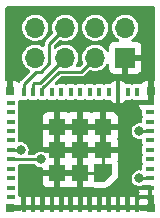
<source format=gbr>
%TF.GenerationSoftware,KiCad,Pcbnew,(6.0.2-0)*%
%TF.CreationDate,2022-02-21T07:42:26+00:00*%
%TF.ProjectId,Generic01,47656e65-7269-4633-9031-2e6b69636164,1*%
%TF.SameCoordinates,Original*%
%TF.FileFunction,Copper,L1,Top*%
%TF.FilePolarity,Positive*%
%FSLAX46Y46*%
G04 Gerber Fmt 4.6, Leading zero omitted, Abs format (unit mm)*
G04 Created by KiCad (PCBNEW (6.0.2-0)) date 2022-02-21 07:42:26*
%MOMM*%
%LPD*%
G01*
G04 APERTURE LIST*
G04 Aperture macros list*
%AMFreePoly0*
4,1,18,-0.124998,0.730000,0.725000,0.730000,0.728536,0.728536,0.730000,0.725000,0.730000,-0.725000,0.728536,-0.728536,0.725000,-0.730000,-0.725000,-0.730000,-0.728536,-0.728536,-0.730000,-0.725000,-0.730000,0.124998,-0.730001,0.125000,-0.728536,0.128536,-0.128536,0.728535,-0.128536,0.728536,-0.126768,0.729268,-0.125000,0.730001,-0.124998,0.730000,-0.124998,0.730000,$1*%
G04 Aperture macros list end*
%TA.AperFunction,SMDPad,CuDef*%
%ADD10R,0.800000X0.400000*%
%TD*%
%TA.AperFunction,SMDPad,CuDef*%
%ADD11R,0.400000X0.800000*%
%TD*%
%TA.AperFunction,SMDPad,CuDef*%
%ADD12R,1.450000X1.450000*%
%TD*%
%TA.AperFunction,SMDPad,CuDef*%
%ADD13R,0.700000X0.700000*%
%TD*%
%TA.AperFunction,SMDPad,CuDef*%
%ADD14FreePoly0,180.000000*%
%TD*%
%TA.AperFunction,ComponentPad*%
%ADD15R,1.700000X1.700000*%
%TD*%
%TA.AperFunction,ComponentPad*%
%ADD16O,1.700000X1.700000*%
%TD*%
%TA.AperFunction,ViaPad*%
%ADD17C,0.800000*%
%TD*%
%TA.AperFunction,Conductor*%
%ADD18C,0.250000*%
%TD*%
G04 APERTURE END LIST*
D10*
%TO.P,U1,1,GND*%
%TO.N,GND*%
X151500000Y-119400000D03*
%TO.P,U1,2,GND*%
X151500000Y-118600000D03*
%TO.P,U1,3,3V3*%
%TO.N,VCC*%
X151500000Y-117800000D03*
%TO.P,U1,4,I36*%
%TO.N,unconnected-(U1-Pad4)*%
X151500000Y-117000000D03*
%TO.P,U1,5,I37*%
%TO.N,unconnected-(U1-Pad5)*%
X151500000Y-116200000D03*
%TO.P,U1,6,I38*%
%TO.N,unconnected-(U1-Pad6)*%
X151500000Y-115400000D03*
%TO.P,U1,7,I39*%
%TO.N,unconnected-(U1-Pad7)*%
X151500000Y-114600000D03*
%TO.P,U1,8,EN*%
%TO.N,EN*%
X151500000Y-113800000D03*
%TO.P,U1,9,I34*%
%TO.N,unconnected-(U1-Pad9)*%
X151500000Y-113000000D03*
%TO.P,U1,10,I35*%
%TO.N,unconnected-(U1-Pad10)*%
X151500000Y-112200000D03*
%TO.P,U1,11,GND*%
%TO.N,GND*%
X151500000Y-111400000D03*
D11*
%TO.P,U1,12,IO32*%
%TO.N,unconnected-(U1-Pad12)*%
X150400000Y-110500000D03*
%TO.P,U1,13,IO33*%
%TO.N,unconnected-(U1-Pad13)*%
X149600000Y-110500000D03*
%TO.P,U1,14,GND*%
%TO.N,GND*%
X148800000Y-110500000D03*
%TO.P,U1,15,IO25*%
%TO.N,unconnected-(U1-Pad15)*%
X148000000Y-110500000D03*
%TO.P,U1,16,IO26*%
%TO.N,unconnected-(U1-Pad16)*%
X147200000Y-110500000D03*
%TO.P,U1,17,IO27*%
%TO.N,unconnected-(U1-Pad17)*%
X146400000Y-110500000D03*
%TO.P,U1,18,IO14*%
%TO.N,unconnected-(U1-Pad18)*%
X145600000Y-110500000D03*
%TO.P,U1,19,IO12*%
%TO.N,unconnected-(U1-Pad19)*%
X144800000Y-110500000D03*
%TO.P,U1,20,IO13*%
%TO.N,unconnected-(U1-Pad20)*%
X144000000Y-110500000D03*
%TO.P,U1,21,IO15*%
%TO.N,unconnected-(U1-Pad21)*%
X143200000Y-110500000D03*
%TO.P,U1,22,IO2*%
%TO.N,GPIO2*%
X142400000Y-110500000D03*
%TO.P,U1,23,IO0*%
%TO.N,GPIO0*%
X141600000Y-110500000D03*
%TO.P,U1,24,IO4*%
%TO.N,GPIO4*%
X140800000Y-110500000D03*
D10*
%TO.P,U1,25,NC*%
%TO.N,unconnected-(U1-Pad25)*%
X139700000Y-111400000D03*
%TO.P,U1,26,IO20*%
%TO.N,unconnected-(U1-Pad26)*%
X139700000Y-112200000D03*
%TO.P,U1,27,IO7*%
%TO.N,unconnected-(U1-Pad27)*%
X139700000Y-113000000D03*
%TO.P,U1,28,IO8*%
%TO.N,unconnected-(U1-Pad28)*%
X139700000Y-113800000D03*
%TO.P,U1,29,IO5*%
%TO.N,unconnected-(U1-Pad29)*%
X139700000Y-114600000D03*
%TO.P,U1,30,RXD0*%
%TO.N,RX*%
X139700000Y-115400000D03*
%TO.P,U1,31,TXD0*%
%TO.N,TX*%
X139700000Y-116200000D03*
%TO.P,U1,32,NC*%
%TO.N,unconnected-(U1-Pad32)*%
X139700000Y-117000000D03*
%TO.P,U1,33,IO19*%
%TO.N,unconnected-(U1-Pad33)*%
X139700000Y-117800000D03*
%TO.P,U1,34,IO22*%
%TO.N,unconnected-(U1-Pad34)*%
X139700000Y-118600000D03*
%TO.P,U1,35,IO21*%
%TO.N,unconnected-(U1-Pad35)*%
X139700000Y-119400000D03*
D11*
%TO.P,U1,36,GND*%
%TO.N,GND*%
X140800000Y-120300000D03*
%TO.P,U1,37,GND*%
X141600000Y-120300000D03*
%TO.P,U1,38,GND*%
X142400000Y-120300000D03*
%TO.P,U1,39,GND*%
X143200000Y-120300000D03*
%TO.P,U1,40,GND*%
X144000000Y-120300000D03*
%TO.P,U1,41,GND*%
X144800000Y-120300000D03*
%TO.P,U1,42,GND*%
X145600000Y-120300000D03*
%TO.P,U1,43,GND*%
X146400000Y-120300000D03*
%TO.P,U1,44,GND*%
X147200000Y-120300000D03*
%TO.P,U1,45,GND*%
X148000000Y-120300000D03*
%TO.P,U1,46,GND*%
X148800000Y-120300000D03*
%TO.P,U1,47,GND*%
X149600000Y-120300000D03*
%TO.P,U1,48,GND*%
X150400000Y-120300000D03*
D12*
%TO.P,U1,49,GND*%
X145600000Y-115400000D03*
D13*
%TO.P,U1,50,GND*%
X139650000Y-120350000D03*
%TO.P,U1,51,GND*%
X139650000Y-110450000D03*
%TO.P,U1,52,GND*%
X151550000Y-110450000D03*
%TO.P,U1,53,GND*%
X151550000Y-120350000D03*
D12*
%TO.P,U1,54,GND*%
X147550000Y-115400000D03*
%TO.P,U1,55,GND*%
X147550000Y-113450000D03*
%TO.P,U1,56,GND*%
X145600000Y-113450000D03*
%TO.P,U1,57,GND*%
X143650000Y-113450000D03*
%TO.P,U1,58,GND*%
X143650000Y-115400000D03*
%TO.P,U1,59,GND*%
X143650000Y-117350000D03*
%TO.P,U1,60,GND*%
X145600000Y-117350000D03*
D14*
%TO.P,U1,61,GND*%
X147550000Y-117350000D03*
%TD*%
D15*
%TO.P,J1,1,Pin_1*%
%TO.N,GND*%
X149410000Y-107600000D03*
D16*
%TO.P,J1,2,Pin_2*%
%TO.N,TX*%
X149410000Y-105060000D03*
%TO.P,J1,3,Pin_3*%
%TO.N,GPIO2*%
X146870000Y-107600000D03*
%TO.P,J1,4,Pin_4*%
%TO.N,EN*%
X146870000Y-105060000D03*
%TO.P,J1,5,Pin_5*%
%TO.N,GPIO0*%
X144330000Y-107600000D03*
%TO.P,J1,6,Pin_6*%
%TO.N,GPIO4*%
X144330000Y-105060000D03*
%TO.P,J1,7,Pin_7*%
%TO.N,RX*%
X141790000Y-107600000D03*
%TO.P,J1,8,Pin_8*%
%TO.N,VCC*%
X141790000Y-105060000D03*
%TD*%
D17*
%TO.N,TX*%
X142300000Y-116200000D03*
%TO.N,RX*%
X140565604Y-115422006D03*
%TO.N,VCC*%
X150600000Y-117800000D03*
%TO.N,EN*%
X150600000Y-113800000D03*
%TD*%
D18*
%TO.N,TX*%
X139700000Y-116200000D02*
X142300000Y-116200000D01*
%TO.N,GND*%
X147550000Y-115400000D02*
X147550000Y-117350000D01*
X145600000Y-117350000D02*
X147550000Y-117350000D01*
%TO.N,GPIO2*%
X143825489Y-108774511D02*
X145695489Y-108774511D01*
X142400000Y-110200000D02*
X143825489Y-108774511D01*
X145695489Y-108774511D02*
X146870000Y-107600000D01*
X142400000Y-110500000D02*
X142400000Y-110200000D01*
%TO.N,GPIO4*%
X140800000Y-109850000D02*
X141875489Y-108774511D01*
X142964511Y-106425489D02*
X144330000Y-105060000D01*
X140800000Y-110500000D02*
X140800000Y-109850000D01*
X142276499Y-108774511D02*
X142964511Y-108086499D01*
X141875489Y-108774511D02*
X142276499Y-108774511D01*
X142964511Y-108086499D02*
X142964511Y-106425489D01*
%TO.N,RX*%
X139700000Y-115400000D02*
X140543598Y-115400000D01*
X140543598Y-115400000D02*
X140565604Y-115422006D01*
%TO.N,VCC*%
X151500000Y-117800000D02*
X150600000Y-117800000D01*
%TO.N,EN*%
X151500000Y-113800000D02*
X150600000Y-113800000D01*
%TO.N,GPIO0*%
X141674511Y-109775489D02*
X142154511Y-109775489D01*
X142154511Y-109775489D02*
X144330000Y-107600000D01*
X141600000Y-110500000D02*
X141600000Y-109850000D01*
X141600000Y-109850000D02*
X141674511Y-109775489D01*
%TD*%
%TA.AperFunction,Conductor*%
%TO.N,GND*%
G36*
X151888121Y-103274002D02*
G01*
X151934614Y-103327658D01*
X151946000Y-103380000D01*
X151946000Y-109466000D01*
X151925998Y-109534121D01*
X151872342Y-109580614D01*
X151828162Y-109590224D01*
X151806876Y-109596475D01*
X151805671Y-109597865D01*
X151804000Y-109605548D01*
X151804000Y-111228460D01*
X151783998Y-111296581D01*
X151730342Y-111343074D01*
X151713497Y-111349356D01*
X151702876Y-111352474D01*
X151701671Y-111353865D01*
X151700000Y-111361548D01*
X151700000Y-111474000D01*
X151679998Y-111542121D01*
X151626342Y-111588614D01*
X151574000Y-111600000D01*
X150610116Y-111600000D01*
X150594877Y-111604475D01*
X150593672Y-111605865D01*
X150592001Y-111613548D01*
X150592001Y-111644669D01*
X150592371Y-111651490D01*
X150597895Y-111702352D01*
X150601521Y-111717604D01*
X150646676Y-111838054D01*
X150655214Y-111853649D01*
X150731715Y-111955724D01*
X150744272Y-111968281D01*
X150795065Y-112006348D01*
X150837580Y-112063208D01*
X150845500Y-112107175D01*
X150845501Y-112264756D01*
X150845501Y-112425066D01*
X150852612Y-112460818D01*
X150857809Y-112486946D01*
X150860266Y-112499301D01*
X150867161Y-112509621D01*
X150867162Y-112509622D01*
X150880777Y-112529998D01*
X150901992Y-112597751D01*
X150880777Y-112670002D01*
X150867161Y-112690379D01*
X150867160Y-112690382D01*
X150860266Y-112700699D01*
X150845500Y-112774933D01*
X150845500Y-112781120D01*
X150845501Y-113025237D01*
X150825499Y-113093358D01*
X150771844Y-113139851D01*
X150701570Y-113149956D01*
X150690928Y-113147860D01*
X150690002Y-113147743D01*
X150682633Y-113145892D01*
X150675034Y-113145852D01*
X150675033Y-113145852D01*
X150609181Y-113145507D01*
X150524221Y-113145062D01*
X150516841Y-113146834D01*
X150516839Y-113146834D01*
X150377563Y-113180271D01*
X150377560Y-113180272D01*
X150370184Y-113182043D01*
X150229414Y-113254700D01*
X150110039Y-113358838D01*
X150018950Y-113488444D01*
X149961406Y-113636037D01*
X149960414Y-113643570D01*
X149960414Y-113643571D01*
X149950074Y-113722115D01*
X149940729Y-113793096D01*
X149958113Y-113950553D01*
X149960723Y-113957684D01*
X149960723Y-113957686D01*
X150008092Y-114087128D01*
X150012553Y-114099319D01*
X150016789Y-114105622D01*
X150016789Y-114105623D01*
X150069110Y-114183484D01*
X150100908Y-114230805D01*
X150106527Y-114235918D01*
X150106528Y-114235919D01*
X150168827Y-114292606D01*
X150218076Y-114337419D01*
X150357293Y-114413008D01*
X150510522Y-114453207D01*
X150594477Y-114454526D01*
X150661319Y-114455576D01*
X150661322Y-114455576D01*
X150668916Y-114455695D01*
X150676317Y-114454000D01*
X150676326Y-114453999D01*
X150691369Y-114450553D01*
X150762236Y-114454841D01*
X150819534Y-114496762D01*
X150845073Y-114563006D01*
X150845500Y-114573371D01*
X150845501Y-114707391D01*
X150845501Y-114825066D01*
X150852612Y-114860818D01*
X150857555Y-114885670D01*
X150860266Y-114899301D01*
X150867161Y-114909621D01*
X150867162Y-114909622D01*
X150880777Y-114929998D01*
X150901992Y-114997751D01*
X150880777Y-115070002D01*
X150867161Y-115090379D01*
X150867160Y-115090382D01*
X150860266Y-115100699D01*
X150845500Y-115174933D01*
X150845501Y-115625066D01*
X150848343Y-115639354D01*
X150855745Y-115676568D01*
X150860266Y-115699301D01*
X150867161Y-115709621D01*
X150867162Y-115709622D01*
X150880777Y-115729998D01*
X150901992Y-115797751D01*
X150880777Y-115870002D01*
X150867161Y-115890379D01*
X150867160Y-115890382D01*
X150860266Y-115900699D01*
X150845500Y-115974933D01*
X150845501Y-116425066D01*
X150860266Y-116499301D01*
X150867161Y-116509621D01*
X150867162Y-116509622D01*
X150880777Y-116529998D01*
X150901992Y-116597751D01*
X150880777Y-116670002D01*
X150867161Y-116690379D01*
X150867160Y-116690382D01*
X150860266Y-116700699D01*
X150845500Y-116774933D01*
X150845501Y-116980486D01*
X150845501Y-117025237D01*
X150825499Y-117093358D01*
X150771844Y-117139851D01*
X150701570Y-117149956D01*
X150690928Y-117147860D01*
X150690002Y-117147743D01*
X150682633Y-117145892D01*
X150675034Y-117145852D01*
X150675033Y-117145852D01*
X150609181Y-117145507D01*
X150524221Y-117145062D01*
X150516841Y-117146834D01*
X150516839Y-117146834D01*
X150377563Y-117180271D01*
X150377560Y-117180272D01*
X150370184Y-117182043D01*
X150229414Y-117254700D01*
X150110039Y-117358838D01*
X150018950Y-117488444D01*
X150016190Y-117495524D01*
X149968615Y-117617548D01*
X149961406Y-117636037D01*
X149960414Y-117643570D01*
X149960414Y-117643571D01*
X149956726Y-117671588D01*
X149940729Y-117793096D01*
X149958113Y-117950553D01*
X149960723Y-117957684D01*
X149960723Y-117957686D01*
X150008092Y-118087128D01*
X150012553Y-118099319D01*
X150016789Y-118105622D01*
X150016789Y-118105623D01*
X150069110Y-118183484D01*
X150100908Y-118230805D01*
X150106527Y-118235918D01*
X150106528Y-118235919D01*
X150143985Y-118270002D01*
X150218076Y-118337419D01*
X150357293Y-118413008D01*
X150510522Y-118453207D01*
X150594477Y-118454526D01*
X150661319Y-118455576D01*
X150661322Y-118455576D01*
X150668916Y-118455695D01*
X150823332Y-118420329D01*
X150834059Y-118414934D01*
X150837038Y-118413436D01*
X150893653Y-118400000D01*
X151574000Y-118400000D01*
X151642121Y-118420002D01*
X151688614Y-118473658D01*
X151700000Y-118526000D01*
X151700000Y-119433885D01*
X151704475Y-119449124D01*
X151706976Y-119451292D01*
X151767094Y-119484117D01*
X151801120Y-119546429D01*
X151804000Y-119573214D01*
X151804000Y-120478000D01*
X151783998Y-120546121D01*
X151730342Y-120592614D01*
X151678000Y-120604000D01*
X150771540Y-120604000D01*
X150703419Y-120583998D01*
X150656926Y-120530342D01*
X150650644Y-120513497D01*
X150647526Y-120502876D01*
X150646135Y-120501671D01*
X150638452Y-120500000D01*
X140566115Y-120500000D01*
X140550876Y-120504475D01*
X140548708Y-120506976D01*
X140515883Y-120567094D01*
X140453571Y-120601120D01*
X140426786Y-120604000D01*
X139522000Y-120604000D01*
X139453879Y-120583998D01*
X139407386Y-120530342D01*
X139396000Y-120478000D01*
X139396000Y-120222000D01*
X139416002Y-120153879D01*
X139469658Y-120107386D01*
X139522000Y-120096000D01*
X140529612Y-120096000D01*
X140556395Y-120098879D01*
X140561548Y-120100000D01*
X140581885Y-120100000D01*
X140597124Y-120095525D01*
X140598329Y-120094135D01*
X140600000Y-120086452D01*
X140600000Y-120081885D01*
X141000000Y-120081885D01*
X141004475Y-120097124D01*
X141005865Y-120098329D01*
X141013548Y-120100000D01*
X141381885Y-120100000D01*
X141397124Y-120095525D01*
X141398329Y-120094135D01*
X141400000Y-120086452D01*
X141400000Y-120081885D01*
X141800000Y-120081885D01*
X141804475Y-120097124D01*
X141805865Y-120098329D01*
X141813548Y-120100000D01*
X142181885Y-120100000D01*
X142197124Y-120095525D01*
X142198329Y-120094135D01*
X142200000Y-120086452D01*
X142200000Y-120081885D01*
X142600000Y-120081885D01*
X142604475Y-120097124D01*
X142605865Y-120098329D01*
X142613548Y-120100000D01*
X142981885Y-120100000D01*
X142997124Y-120095525D01*
X142998329Y-120094135D01*
X143000000Y-120086452D01*
X143000000Y-120081885D01*
X143400000Y-120081885D01*
X143404475Y-120097124D01*
X143405865Y-120098329D01*
X143413548Y-120100000D01*
X143781885Y-120100000D01*
X143797124Y-120095525D01*
X143798329Y-120094135D01*
X143800000Y-120086452D01*
X143800000Y-120081885D01*
X144200000Y-120081885D01*
X144204475Y-120097124D01*
X144205865Y-120098329D01*
X144213548Y-120100000D01*
X144581885Y-120100000D01*
X144597124Y-120095525D01*
X144598329Y-120094135D01*
X144600000Y-120086452D01*
X144600000Y-120081885D01*
X145000000Y-120081885D01*
X145004475Y-120097124D01*
X145005865Y-120098329D01*
X145013548Y-120100000D01*
X145381885Y-120100000D01*
X145397124Y-120095525D01*
X145398329Y-120094135D01*
X145400000Y-120086452D01*
X145400000Y-120081885D01*
X145800000Y-120081885D01*
X145804475Y-120097124D01*
X145805865Y-120098329D01*
X145813548Y-120100000D01*
X146181885Y-120100000D01*
X146197124Y-120095525D01*
X146198329Y-120094135D01*
X146200000Y-120086452D01*
X146200000Y-120081885D01*
X146600000Y-120081885D01*
X146604475Y-120097124D01*
X146605865Y-120098329D01*
X146613548Y-120100000D01*
X146981885Y-120100000D01*
X146997124Y-120095525D01*
X146998329Y-120094135D01*
X147000000Y-120086452D01*
X147000000Y-120081885D01*
X147400000Y-120081885D01*
X147404475Y-120097124D01*
X147405865Y-120098329D01*
X147413548Y-120100000D01*
X147781885Y-120100000D01*
X147797124Y-120095525D01*
X147798329Y-120094135D01*
X147800000Y-120086452D01*
X147800000Y-120081885D01*
X148200000Y-120081885D01*
X148204475Y-120097124D01*
X148205865Y-120098329D01*
X148213548Y-120100000D01*
X148581885Y-120100000D01*
X148597124Y-120095525D01*
X148598329Y-120094135D01*
X148600000Y-120086452D01*
X148600000Y-120081885D01*
X149000000Y-120081885D01*
X149004475Y-120097124D01*
X149005865Y-120098329D01*
X149013548Y-120100000D01*
X149381885Y-120100000D01*
X149397124Y-120095525D01*
X149398329Y-120094135D01*
X149400000Y-120086452D01*
X149400000Y-120081885D01*
X149800000Y-120081885D01*
X149804475Y-120097124D01*
X149805865Y-120098329D01*
X149813548Y-120100000D01*
X150181885Y-120100000D01*
X150197124Y-120095525D01*
X150198329Y-120094135D01*
X150200000Y-120086452D01*
X150200000Y-120081885D01*
X150600000Y-120081885D01*
X150604475Y-120097124D01*
X150605865Y-120098329D01*
X150613548Y-120100000D01*
X150637803Y-120100000D01*
X150665623Y-120096000D01*
X151277885Y-120096000D01*
X151293124Y-120091525D01*
X151294329Y-120090135D01*
X151296000Y-120082452D01*
X151296000Y-119618115D01*
X151291525Y-119602876D01*
X151290135Y-119601671D01*
X151282452Y-119600000D01*
X150618115Y-119600000D01*
X150602876Y-119604475D01*
X150601671Y-119605865D01*
X150600000Y-119613548D01*
X150600000Y-120081885D01*
X150200000Y-120081885D01*
X150200000Y-119410116D01*
X150195525Y-119394877D01*
X150194135Y-119393672D01*
X150186452Y-119392001D01*
X150155331Y-119392001D01*
X150148510Y-119392371D01*
X150097648Y-119397895D01*
X150082397Y-119401521D01*
X150044230Y-119415829D01*
X149973423Y-119421012D01*
X149955770Y-119415829D01*
X149917606Y-119401522D01*
X149902351Y-119397895D01*
X149851486Y-119392369D01*
X149844672Y-119392000D01*
X149818115Y-119392000D01*
X149802876Y-119396475D01*
X149801671Y-119397865D01*
X149800000Y-119405548D01*
X149800000Y-120081885D01*
X149400000Y-120081885D01*
X149400000Y-119410116D01*
X149395525Y-119394877D01*
X149394135Y-119393672D01*
X149386452Y-119392001D01*
X149355331Y-119392001D01*
X149348510Y-119392371D01*
X149297648Y-119397895D01*
X149282397Y-119401521D01*
X149244230Y-119415829D01*
X149173423Y-119421012D01*
X149155770Y-119415829D01*
X149117606Y-119401522D01*
X149102351Y-119397895D01*
X149051486Y-119392369D01*
X149044672Y-119392000D01*
X149018115Y-119392000D01*
X149002876Y-119396475D01*
X149001671Y-119397865D01*
X149000000Y-119405548D01*
X149000000Y-120081885D01*
X148600000Y-120081885D01*
X148600000Y-119410116D01*
X148595525Y-119394877D01*
X148594135Y-119393672D01*
X148586452Y-119392001D01*
X148555331Y-119392001D01*
X148548510Y-119392371D01*
X148497648Y-119397895D01*
X148482397Y-119401521D01*
X148444230Y-119415829D01*
X148373423Y-119421012D01*
X148355770Y-119415829D01*
X148317606Y-119401522D01*
X148302351Y-119397895D01*
X148251486Y-119392369D01*
X148244672Y-119392000D01*
X148218115Y-119392000D01*
X148202876Y-119396475D01*
X148201671Y-119397865D01*
X148200000Y-119405548D01*
X148200000Y-120081885D01*
X147800000Y-120081885D01*
X147800000Y-119410116D01*
X147795525Y-119394877D01*
X147794135Y-119393672D01*
X147786452Y-119392001D01*
X147755331Y-119392001D01*
X147748510Y-119392371D01*
X147697648Y-119397895D01*
X147682397Y-119401521D01*
X147644230Y-119415829D01*
X147573423Y-119421012D01*
X147555770Y-119415829D01*
X147517606Y-119401522D01*
X147502351Y-119397895D01*
X147451486Y-119392369D01*
X147444672Y-119392000D01*
X147418115Y-119392000D01*
X147402876Y-119396475D01*
X147401671Y-119397865D01*
X147400000Y-119405548D01*
X147400000Y-120081885D01*
X147000000Y-120081885D01*
X147000000Y-119410116D01*
X146995525Y-119394877D01*
X146994135Y-119393672D01*
X146986452Y-119392001D01*
X146955331Y-119392001D01*
X146948510Y-119392371D01*
X146897648Y-119397895D01*
X146882397Y-119401521D01*
X146844230Y-119415829D01*
X146773423Y-119421012D01*
X146755770Y-119415829D01*
X146717606Y-119401522D01*
X146702351Y-119397895D01*
X146651486Y-119392369D01*
X146644672Y-119392000D01*
X146618115Y-119392000D01*
X146602876Y-119396475D01*
X146601671Y-119397865D01*
X146600000Y-119405548D01*
X146600000Y-120081885D01*
X146200000Y-120081885D01*
X146200000Y-119410116D01*
X146195525Y-119394877D01*
X146194135Y-119393672D01*
X146186452Y-119392001D01*
X146155331Y-119392001D01*
X146148510Y-119392371D01*
X146097648Y-119397895D01*
X146082397Y-119401521D01*
X146044230Y-119415829D01*
X145973423Y-119421012D01*
X145955770Y-119415829D01*
X145917606Y-119401522D01*
X145902351Y-119397895D01*
X145851486Y-119392369D01*
X145844672Y-119392000D01*
X145818115Y-119392000D01*
X145802876Y-119396475D01*
X145801671Y-119397865D01*
X145800000Y-119405548D01*
X145800000Y-120081885D01*
X145400000Y-120081885D01*
X145400000Y-119410116D01*
X145395525Y-119394877D01*
X145394135Y-119393672D01*
X145386452Y-119392001D01*
X145355331Y-119392001D01*
X145348510Y-119392371D01*
X145297648Y-119397895D01*
X145282397Y-119401521D01*
X145244230Y-119415829D01*
X145173423Y-119421012D01*
X145155770Y-119415829D01*
X145117606Y-119401522D01*
X145102351Y-119397895D01*
X145051486Y-119392369D01*
X145044672Y-119392000D01*
X145018115Y-119392000D01*
X145002876Y-119396475D01*
X145001671Y-119397865D01*
X145000000Y-119405548D01*
X145000000Y-120081885D01*
X144600000Y-120081885D01*
X144600000Y-119410116D01*
X144595525Y-119394877D01*
X144594135Y-119393672D01*
X144586452Y-119392001D01*
X144555331Y-119392001D01*
X144548510Y-119392371D01*
X144497648Y-119397895D01*
X144482397Y-119401521D01*
X144444230Y-119415829D01*
X144373423Y-119421012D01*
X144355770Y-119415829D01*
X144317606Y-119401522D01*
X144302351Y-119397895D01*
X144251486Y-119392369D01*
X144244672Y-119392000D01*
X144218115Y-119392000D01*
X144202876Y-119396475D01*
X144201671Y-119397865D01*
X144200000Y-119405548D01*
X144200000Y-120081885D01*
X143800000Y-120081885D01*
X143800000Y-119410116D01*
X143795525Y-119394877D01*
X143794135Y-119393672D01*
X143786452Y-119392001D01*
X143755331Y-119392001D01*
X143748510Y-119392371D01*
X143697648Y-119397895D01*
X143682397Y-119401521D01*
X143644230Y-119415829D01*
X143573423Y-119421012D01*
X143555770Y-119415829D01*
X143517606Y-119401522D01*
X143502351Y-119397895D01*
X143451486Y-119392369D01*
X143444672Y-119392000D01*
X143418115Y-119392000D01*
X143402876Y-119396475D01*
X143401671Y-119397865D01*
X143400000Y-119405548D01*
X143400000Y-120081885D01*
X143000000Y-120081885D01*
X143000000Y-119410116D01*
X142995525Y-119394877D01*
X142994135Y-119393672D01*
X142986452Y-119392001D01*
X142955331Y-119392001D01*
X142948510Y-119392371D01*
X142897648Y-119397895D01*
X142882397Y-119401521D01*
X142844230Y-119415829D01*
X142773423Y-119421012D01*
X142755770Y-119415829D01*
X142717606Y-119401522D01*
X142702351Y-119397895D01*
X142651486Y-119392369D01*
X142644672Y-119392000D01*
X142618115Y-119392000D01*
X142602876Y-119396475D01*
X142601671Y-119397865D01*
X142600000Y-119405548D01*
X142600000Y-120081885D01*
X142200000Y-120081885D01*
X142200000Y-119410116D01*
X142195525Y-119394877D01*
X142194135Y-119393672D01*
X142186452Y-119392001D01*
X142155331Y-119392001D01*
X142148510Y-119392371D01*
X142097648Y-119397895D01*
X142082397Y-119401521D01*
X142044230Y-119415829D01*
X141973423Y-119421012D01*
X141955770Y-119415829D01*
X141917606Y-119401522D01*
X141902351Y-119397895D01*
X141851486Y-119392369D01*
X141844672Y-119392000D01*
X141818115Y-119392000D01*
X141802876Y-119396475D01*
X141801671Y-119397865D01*
X141800000Y-119405548D01*
X141800000Y-120081885D01*
X141400000Y-120081885D01*
X141400000Y-119410116D01*
X141395525Y-119394877D01*
X141394135Y-119393672D01*
X141386452Y-119392001D01*
X141355331Y-119392001D01*
X141348510Y-119392371D01*
X141297648Y-119397895D01*
X141282397Y-119401521D01*
X141244230Y-119415829D01*
X141173423Y-119421012D01*
X141155770Y-119415829D01*
X141117606Y-119401522D01*
X141102351Y-119397895D01*
X141051486Y-119392369D01*
X141044672Y-119392000D01*
X141018115Y-119392000D01*
X141002876Y-119396475D01*
X141001671Y-119397865D01*
X141000000Y-119405548D01*
X141000000Y-120081885D01*
X140600000Y-120081885D01*
X140600000Y-119410116D01*
X140595525Y-119394877D01*
X140594135Y-119393672D01*
X140586452Y-119392001D01*
X140555331Y-119392001D01*
X140548512Y-119392370D01*
X140494105Y-119398280D01*
X140424223Y-119385751D01*
X140372208Y-119337430D01*
X140354499Y-119273017D01*
X140354499Y-119181885D01*
X150592000Y-119181885D01*
X150596475Y-119197124D01*
X150597865Y-119198329D01*
X150605548Y-119200000D01*
X151281885Y-119200000D01*
X151297124Y-119195525D01*
X151298329Y-119194135D01*
X151300000Y-119186452D01*
X151300000Y-118818115D01*
X151295525Y-118802876D01*
X151294135Y-118801671D01*
X151286452Y-118800000D01*
X150610116Y-118800000D01*
X150594877Y-118804475D01*
X150593672Y-118805865D01*
X150592001Y-118813548D01*
X150592001Y-118844669D01*
X150592371Y-118851490D01*
X150597895Y-118902352D01*
X150601521Y-118917603D01*
X150615829Y-118955770D01*
X150621012Y-119026577D01*
X150615829Y-119044230D01*
X150601522Y-119082394D01*
X150597895Y-119097649D01*
X150592369Y-119148514D01*
X150592000Y-119155328D01*
X150592000Y-119181885D01*
X140354499Y-119181885D01*
X140354499Y-119174934D01*
X140339734Y-119100699D01*
X140319223Y-119070002D01*
X140298008Y-119002249D01*
X140319223Y-118929998D01*
X140332839Y-118909621D01*
X140332840Y-118909618D01*
X140339734Y-118899301D01*
X140354500Y-118825067D01*
X140354499Y-118374934D01*
X140345293Y-118328649D01*
X140342156Y-118312874D01*
X140342155Y-118312872D01*
X140339734Y-118300699D01*
X140319223Y-118270002D01*
X140298008Y-118202249D01*
X140319223Y-118129998D01*
X140326125Y-118119669D01*
X142417001Y-118119669D01*
X142417371Y-118126490D01*
X142422895Y-118177352D01*
X142426521Y-118192604D01*
X142471676Y-118313054D01*
X142480214Y-118328649D01*
X142556715Y-118430724D01*
X142569276Y-118443285D01*
X142671351Y-118519786D01*
X142686946Y-118528324D01*
X142807394Y-118573478D01*
X142822649Y-118577105D01*
X142873514Y-118582631D01*
X142880328Y-118583000D01*
X143377885Y-118583000D01*
X143393124Y-118578525D01*
X143394329Y-118577135D01*
X143396000Y-118569452D01*
X143396000Y-118564884D01*
X143904000Y-118564884D01*
X143908475Y-118580123D01*
X143909865Y-118581328D01*
X143917548Y-118582999D01*
X144419669Y-118582999D01*
X144426490Y-118582629D01*
X144477352Y-118577105D01*
X144492604Y-118573479D01*
X144580770Y-118540427D01*
X144651578Y-118535244D01*
X144669230Y-118540427D01*
X144757394Y-118573478D01*
X144772649Y-118577105D01*
X144823514Y-118582631D01*
X144830328Y-118583000D01*
X145327885Y-118583000D01*
X145343124Y-118578525D01*
X145344329Y-118577135D01*
X145346000Y-118569452D01*
X145346000Y-118564884D01*
X145854000Y-118564884D01*
X145858475Y-118580123D01*
X145859865Y-118581328D01*
X145867548Y-118582999D01*
X146369669Y-118582999D01*
X146376490Y-118582629D01*
X146427352Y-118577105D01*
X146442606Y-118573478D01*
X146518469Y-118545039D01*
X146589276Y-118539856D01*
X146619096Y-118550348D01*
X146620721Y-118551162D01*
X146624585Y-118553454D01*
X146627417Y-118554627D01*
X146627467Y-118554648D01*
X146628462Y-118555060D01*
X146661920Y-118564884D01*
X146726165Y-118583748D01*
X146726169Y-118583749D01*
X146733724Y-118585967D01*
X146778050Y-118587556D01*
X146806433Y-118588573D01*
X146825995Y-118591031D01*
X146825995Y-118593729D01*
X147674005Y-118593729D01*
X147674005Y-118592108D01*
X147692009Y-118589848D01*
X147729853Y-118591204D01*
X147871538Y-118555060D01*
X147872533Y-118554648D01*
X147872583Y-118554627D01*
X147875415Y-118553454D01*
X147937066Y-118519786D01*
X147964947Y-118504560D01*
X147964949Y-118504559D01*
X147971870Y-118500779D01*
X148025006Y-118451295D01*
X148040592Y-118439185D01*
X148042500Y-118441093D01*
X148641093Y-117842500D01*
X148639942Y-117841349D01*
X148651068Y-117827025D01*
X148672282Y-117807269D01*
X148672283Y-117807268D01*
X148678877Y-117801127D01*
X148753475Y-117675365D01*
X148753866Y-117674420D01*
X148755039Y-117671588D01*
X148785967Y-117566276D01*
X148788573Y-117493567D01*
X148791031Y-117474005D01*
X148793729Y-117474005D01*
X148793729Y-116625995D01*
X148792108Y-116625995D01*
X148789848Y-116607990D01*
X148790881Y-116579155D01*
X148791204Y-116570147D01*
X148755060Y-116428462D01*
X148754648Y-116427467D01*
X148754627Y-116427417D01*
X148753454Y-116424585D01*
X148751842Y-116421633D01*
X148750380Y-116418577D01*
X148751461Y-116418060D01*
X148737427Y-116353454D01*
X148745121Y-116318250D01*
X148773478Y-116242609D01*
X148777105Y-116227351D01*
X148782631Y-116176486D01*
X148783000Y-116169672D01*
X148783000Y-115672115D01*
X148778525Y-115656876D01*
X148777135Y-115655671D01*
X148769452Y-115654000D01*
X145872115Y-115654000D01*
X145856876Y-115658475D01*
X145855671Y-115659865D01*
X145854000Y-115667548D01*
X145854000Y-118564884D01*
X145346000Y-118564884D01*
X145346000Y-117622115D01*
X145341525Y-117606876D01*
X145340135Y-117605671D01*
X145332452Y-117604000D01*
X143922115Y-117604000D01*
X143906876Y-117608475D01*
X143905671Y-117609865D01*
X143904000Y-117617548D01*
X143904000Y-118564884D01*
X143396000Y-118564884D01*
X143396000Y-117622115D01*
X143391525Y-117606876D01*
X143390135Y-117605671D01*
X143382452Y-117604000D01*
X142435116Y-117604000D01*
X142419877Y-117608475D01*
X142418672Y-117609865D01*
X142417001Y-117617548D01*
X142417001Y-118119669D01*
X140326125Y-118119669D01*
X140332839Y-118109621D01*
X140332840Y-118109618D01*
X140339734Y-118099301D01*
X140354500Y-118025067D01*
X140354499Y-117574934D01*
X140339734Y-117500699D01*
X140331546Y-117488444D01*
X140319223Y-117470002D01*
X140298008Y-117402249D01*
X140319223Y-117329998D01*
X140332839Y-117309621D01*
X140332840Y-117309618D01*
X140339734Y-117299301D01*
X140354500Y-117225067D01*
X140354499Y-116774934D01*
X140345577Y-116730077D01*
X140351907Y-116659364D01*
X140395463Y-116603298D01*
X140469157Y-116579500D01*
X141700141Y-116579500D01*
X141768262Y-116599502D01*
X141795522Y-116623169D01*
X141796672Y-116624501D01*
X141800908Y-116630805D01*
X141918076Y-116737419D01*
X142057293Y-116813008D01*
X142210522Y-116853207D01*
X142292980Y-116854502D01*
X142360777Y-116875571D01*
X142406421Y-116929950D01*
X142417000Y-116980486D01*
X142417000Y-117077885D01*
X142421475Y-117093124D01*
X142422865Y-117094329D01*
X142430548Y-117096000D01*
X143377885Y-117096000D01*
X143393124Y-117091525D01*
X143394329Y-117090135D01*
X143396000Y-117082452D01*
X143396000Y-117077885D01*
X143904000Y-117077885D01*
X143908475Y-117093124D01*
X143909865Y-117094329D01*
X143917548Y-117096000D01*
X145327885Y-117096000D01*
X145343124Y-117091525D01*
X145344329Y-117090135D01*
X145346000Y-117082452D01*
X145346000Y-115672115D01*
X145341525Y-115656876D01*
X145340135Y-115655671D01*
X145332452Y-115654000D01*
X143922115Y-115654000D01*
X143906876Y-115658475D01*
X143905671Y-115659865D01*
X143904000Y-115667548D01*
X143904000Y-117077885D01*
X143396000Y-117077885D01*
X143396000Y-115672115D01*
X143391525Y-115656876D01*
X143390135Y-115655671D01*
X143382452Y-115654000D01*
X142698864Y-115654000D01*
X142639905Y-115639354D01*
X142542988Y-115588039D01*
X142542989Y-115588039D01*
X142536274Y-115584484D01*
X142382633Y-115545892D01*
X142375034Y-115545852D01*
X142375033Y-115545852D01*
X142309181Y-115545507D01*
X142224221Y-115545062D01*
X142216841Y-115546834D01*
X142216839Y-115546834D01*
X142077563Y-115580271D01*
X142077560Y-115580272D01*
X142070184Y-115582043D01*
X141929414Y-115654700D01*
X141810039Y-115758838D01*
X141805672Y-115765051D01*
X141805667Y-115765057D01*
X141804336Y-115766951D01*
X141803013Y-115768005D01*
X141800589Y-115770697D01*
X141800140Y-115770293D01*
X141748802Y-115811183D01*
X141701250Y-115820500D01*
X141297301Y-115820500D01*
X141229180Y-115800498D01*
X141182687Y-115746842D01*
X141172583Y-115676568D01*
X141180394Y-115647503D01*
X141186973Y-115631137D01*
X141202446Y-115592647D01*
X141224766Y-115435813D01*
X141224911Y-115422006D01*
X141205880Y-115264739D01*
X141154166Y-115127885D01*
X142417000Y-115127885D01*
X142421475Y-115143124D01*
X142422865Y-115144329D01*
X142430548Y-115146000D01*
X143377885Y-115146000D01*
X143393124Y-115141525D01*
X143394329Y-115140135D01*
X143396000Y-115132452D01*
X143396000Y-115127885D01*
X143904000Y-115127885D01*
X143908475Y-115143124D01*
X143909865Y-115144329D01*
X143917548Y-115146000D01*
X145327885Y-115146000D01*
X145343124Y-115141525D01*
X145344329Y-115140135D01*
X145346000Y-115132452D01*
X145346000Y-115127885D01*
X145854000Y-115127885D01*
X145858475Y-115143124D01*
X145859865Y-115144329D01*
X145867548Y-115146000D01*
X147277885Y-115146000D01*
X147293124Y-115141525D01*
X147294329Y-115140135D01*
X147296000Y-115132452D01*
X147296000Y-115127885D01*
X147804000Y-115127885D01*
X147808475Y-115143124D01*
X147809865Y-115144329D01*
X147817548Y-115146000D01*
X148764884Y-115146000D01*
X148780123Y-115141525D01*
X148781328Y-115140135D01*
X148782999Y-115132452D01*
X148782999Y-114630331D01*
X148782629Y-114623510D01*
X148777105Y-114572648D01*
X148773479Y-114557396D01*
X148740427Y-114469230D01*
X148735244Y-114398422D01*
X148740427Y-114380770D01*
X148773478Y-114292606D01*
X148777105Y-114277351D01*
X148782631Y-114226486D01*
X148783000Y-114219672D01*
X148783000Y-113722115D01*
X148778525Y-113706876D01*
X148777135Y-113705671D01*
X148769452Y-113704000D01*
X147822115Y-113704000D01*
X147806876Y-113708475D01*
X147805671Y-113709865D01*
X147804000Y-113717548D01*
X147804000Y-115127885D01*
X147296000Y-115127885D01*
X147296000Y-113722115D01*
X147291525Y-113706876D01*
X147290135Y-113705671D01*
X147282452Y-113704000D01*
X145872115Y-113704000D01*
X145856876Y-113708475D01*
X145855671Y-113709865D01*
X145854000Y-113717548D01*
X145854000Y-115127885D01*
X145346000Y-115127885D01*
X145346000Y-113722115D01*
X145341525Y-113706876D01*
X145340135Y-113705671D01*
X145332452Y-113704000D01*
X143922115Y-113704000D01*
X143906876Y-113708475D01*
X143905671Y-113709865D01*
X143904000Y-113717548D01*
X143904000Y-115127885D01*
X143396000Y-115127885D01*
X143396000Y-113722115D01*
X143391525Y-113706876D01*
X143390135Y-113705671D01*
X143382452Y-113704000D01*
X142435116Y-113704000D01*
X142419877Y-113708475D01*
X142418672Y-113709865D01*
X142417001Y-113717548D01*
X142417001Y-114219669D01*
X142417371Y-114226490D01*
X142422895Y-114277352D01*
X142426521Y-114292604D01*
X142459573Y-114380770D01*
X142464756Y-114451578D01*
X142459573Y-114469230D01*
X142426522Y-114557394D01*
X142422895Y-114572649D01*
X142417369Y-114623514D01*
X142417000Y-114630328D01*
X142417000Y-115127885D01*
X141154166Y-115127885D01*
X141149884Y-115116552D01*
X141117891Y-115070002D01*
X141064459Y-114992257D01*
X141064458Y-114992255D01*
X141060157Y-114985998D01*
X140941879Y-114880617D01*
X140801878Y-114806490D01*
X140648237Y-114767898D01*
X140640638Y-114767858D01*
X140640637Y-114767858D01*
X140575656Y-114767518D01*
X140489825Y-114767068D01*
X140489828Y-114766504D01*
X140425010Y-114755348D01*
X140372660Y-114707391D01*
X140354500Y-114642225D01*
X140354499Y-114381123D01*
X140354499Y-114374934D01*
X140339734Y-114300699D01*
X140324134Y-114277351D01*
X140319223Y-114270002D01*
X140298008Y-114202249D01*
X140319223Y-114129998D01*
X140332839Y-114109621D01*
X140332840Y-114109618D01*
X140339734Y-114099301D01*
X140354500Y-114025067D01*
X140354499Y-113574934D01*
X140339734Y-113500699D01*
X140331546Y-113488444D01*
X140319223Y-113470002D01*
X140298008Y-113402249D01*
X140319223Y-113329998D01*
X140332839Y-113309621D01*
X140332840Y-113309618D01*
X140339734Y-113299301D01*
X140354500Y-113225067D01*
X140354500Y-113177885D01*
X142417000Y-113177885D01*
X142421475Y-113193124D01*
X142422865Y-113194329D01*
X142430548Y-113196000D01*
X143377885Y-113196000D01*
X143393124Y-113191525D01*
X143394329Y-113190135D01*
X143396000Y-113182452D01*
X143396000Y-113177885D01*
X143904000Y-113177885D01*
X143908475Y-113193124D01*
X143909865Y-113194329D01*
X143917548Y-113196000D01*
X145327885Y-113196000D01*
X145343124Y-113191525D01*
X145344329Y-113190135D01*
X145346000Y-113182452D01*
X145346000Y-113177885D01*
X145854000Y-113177885D01*
X145858475Y-113193124D01*
X145859865Y-113194329D01*
X145867548Y-113196000D01*
X147277885Y-113196000D01*
X147293124Y-113191525D01*
X147294329Y-113190135D01*
X147296000Y-113182452D01*
X147296000Y-113177885D01*
X147804000Y-113177885D01*
X147808475Y-113193124D01*
X147809865Y-113194329D01*
X147817548Y-113196000D01*
X148764884Y-113196000D01*
X148780123Y-113191525D01*
X148781328Y-113190135D01*
X148782999Y-113182452D01*
X148782999Y-112680331D01*
X148782629Y-112673510D01*
X148777105Y-112622648D01*
X148773479Y-112607396D01*
X148728324Y-112486946D01*
X148719786Y-112471351D01*
X148643285Y-112369276D01*
X148630724Y-112356715D01*
X148528649Y-112280214D01*
X148513054Y-112271676D01*
X148392606Y-112226522D01*
X148377351Y-112222895D01*
X148326486Y-112217369D01*
X148319672Y-112217000D01*
X147822115Y-112217000D01*
X147806876Y-112221475D01*
X147805671Y-112222865D01*
X147804000Y-112230548D01*
X147804000Y-113177885D01*
X147296000Y-113177885D01*
X147296000Y-112235116D01*
X147291525Y-112219877D01*
X147290135Y-112218672D01*
X147282452Y-112217001D01*
X146780331Y-112217001D01*
X146773510Y-112217371D01*
X146722648Y-112222895D01*
X146707396Y-112226521D01*
X146619230Y-112259573D01*
X146548422Y-112264756D01*
X146530770Y-112259573D01*
X146442606Y-112226522D01*
X146427351Y-112222895D01*
X146376486Y-112217369D01*
X146369672Y-112217000D01*
X145872115Y-112217000D01*
X145856876Y-112221475D01*
X145855671Y-112222865D01*
X145854000Y-112230548D01*
X145854000Y-113177885D01*
X145346000Y-113177885D01*
X145346000Y-112235116D01*
X145341525Y-112219877D01*
X145340135Y-112218672D01*
X145332452Y-112217001D01*
X144830331Y-112217001D01*
X144823510Y-112217371D01*
X144772648Y-112222895D01*
X144757396Y-112226521D01*
X144669230Y-112259573D01*
X144598422Y-112264756D01*
X144580770Y-112259573D01*
X144492606Y-112226522D01*
X144477351Y-112222895D01*
X144426486Y-112217369D01*
X144419672Y-112217000D01*
X143922115Y-112217000D01*
X143906876Y-112221475D01*
X143905671Y-112222865D01*
X143904000Y-112230548D01*
X143904000Y-113177885D01*
X143396000Y-113177885D01*
X143396000Y-112235116D01*
X143391525Y-112219877D01*
X143390135Y-112218672D01*
X143382452Y-112217001D01*
X142880331Y-112217001D01*
X142873510Y-112217371D01*
X142822648Y-112222895D01*
X142807396Y-112226521D01*
X142686946Y-112271676D01*
X142671351Y-112280214D01*
X142569276Y-112356715D01*
X142556715Y-112369276D01*
X142480214Y-112471351D01*
X142471676Y-112486946D01*
X142426522Y-112607394D01*
X142422895Y-112622649D01*
X142417369Y-112673514D01*
X142417000Y-112680328D01*
X142417000Y-113177885D01*
X140354500Y-113177885D01*
X140354499Y-112774934D01*
X140339734Y-112700699D01*
X140326125Y-112680331D01*
X140319223Y-112670002D01*
X140298008Y-112602249D01*
X140319223Y-112529998D01*
X140332839Y-112509621D01*
X140332840Y-112509618D01*
X140339734Y-112499301D01*
X140354500Y-112425067D01*
X140354499Y-111974934D01*
X140339734Y-111900699D01*
X140319223Y-111870002D01*
X140298008Y-111802249D01*
X140319223Y-111729998D01*
X140332839Y-111709621D01*
X140332840Y-111709618D01*
X140339734Y-111699301D01*
X140354500Y-111625067D01*
X140354499Y-111264183D01*
X140374501Y-111196064D01*
X140428156Y-111149571D01*
X140505079Y-111140605D01*
X140574933Y-111154500D01*
X140799963Y-111154500D01*
X141025066Y-111154499D01*
X141060818Y-111147388D01*
X141087126Y-111142156D01*
X141087128Y-111142155D01*
X141099301Y-111139734D01*
X141109621Y-111132839D01*
X141109622Y-111132838D01*
X141129998Y-111119223D01*
X141197751Y-111098008D01*
X141270002Y-111119223D01*
X141290379Y-111132839D01*
X141290382Y-111132840D01*
X141300699Y-111139734D01*
X141374933Y-111154500D01*
X141599963Y-111154500D01*
X141825066Y-111154499D01*
X141860818Y-111147388D01*
X141887126Y-111142156D01*
X141887128Y-111142155D01*
X141899301Y-111139734D01*
X141909621Y-111132839D01*
X141909622Y-111132838D01*
X141929998Y-111119223D01*
X141997751Y-111098008D01*
X142070002Y-111119223D01*
X142090379Y-111132839D01*
X142090382Y-111132840D01*
X142100699Y-111139734D01*
X142174933Y-111154500D01*
X142399963Y-111154500D01*
X142625066Y-111154499D01*
X142660818Y-111147388D01*
X142687126Y-111142156D01*
X142687128Y-111142155D01*
X142699301Y-111139734D01*
X142709621Y-111132839D01*
X142709622Y-111132838D01*
X142729998Y-111119223D01*
X142797751Y-111098008D01*
X142870002Y-111119223D01*
X142890379Y-111132839D01*
X142890382Y-111132840D01*
X142900699Y-111139734D01*
X142974933Y-111154500D01*
X143199963Y-111154500D01*
X143425066Y-111154499D01*
X143460818Y-111147388D01*
X143487126Y-111142156D01*
X143487128Y-111142155D01*
X143499301Y-111139734D01*
X143509621Y-111132839D01*
X143509622Y-111132838D01*
X143529998Y-111119223D01*
X143597751Y-111098008D01*
X143670002Y-111119223D01*
X143690379Y-111132839D01*
X143690382Y-111132840D01*
X143700699Y-111139734D01*
X143774933Y-111154500D01*
X143999963Y-111154500D01*
X144225066Y-111154499D01*
X144260818Y-111147388D01*
X144287126Y-111142156D01*
X144287128Y-111142155D01*
X144299301Y-111139734D01*
X144309621Y-111132839D01*
X144309622Y-111132838D01*
X144329998Y-111119223D01*
X144397751Y-111098008D01*
X144470002Y-111119223D01*
X144490379Y-111132839D01*
X144490382Y-111132840D01*
X144500699Y-111139734D01*
X144574933Y-111154500D01*
X144799963Y-111154500D01*
X145025066Y-111154499D01*
X145060818Y-111147388D01*
X145087126Y-111142156D01*
X145087128Y-111142155D01*
X145099301Y-111139734D01*
X145109621Y-111132839D01*
X145109622Y-111132838D01*
X145129998Y-111119223D01*
X145197751Y-111098008D01*
X145270002Y-111119223D01*
X145290379Y-111132839D01*
X145290382Y-111132840D01*
X145300699Y-111139734D01*
X145374933Y-111154500D01*
X145599963Y-111154500D01*
X145825066Y-111154499D01*
X145860818Y-111147388D01*
X145887126Y-111142156D01*
X145887128Y-111142155D01*
X145899301Y-111139734D01*
X145909621Y-111132839D01*
X145909622Y-111132838D01*
X145929998Y-111119223D01*
X145997751Y-111098008D01*
X146070002Y-111119223D01*
X146090379Y-111132839D01*
X146090382Y-111132840D01*
X146100699Y-111139734D01*
X146174933Y-111154500D01*
X146399963Y-111154500D01*
X146625066Y-111154499D01*
X146660818Y-111147388D01*
X146687126Y-111142156D01*
X146687128Y-111142155D01*
X146699301Y-111139734D01*
X146709621Y-111132839D01*
X146709622Y-111132838D01*
X146729998Y-111119223D01*
X146797751Y-111098008D01*
X146870002Y-111119223D01*
X146890379Y-111132839D01*
X146890382Y-111132840D01*
X146900699Y-111139734D01*
X146974933Y-111154500D01*
X147199963Y-111154500D01*
X147425066Y-111154499D01*
X147460818Y-111147388D01*
X147487126Y-111142156D01*
X147487128Y-111142155D01*
X147499301Y-111139734D01*
X147509621Y-111132839D01*
X147509622Y-111132838D01*
X147529998Y-111119223D01*
X147597751Y-111098008D01*
X147670002Y-111119223D01*
X147690379Y-111132839D01*
X147690382Y-111132840D01*
X147700699Y-111139734D01*
X147774933Y-111154500D01*
X147795051Y-111154500D01*
X148092825Y-111154499D01*
X148160944Y-111174501D01*
X148193650Y-111204934D01*
X148231715Y-111255724D01*
X148244276Y-111268285D01*
X148346351Y-111344786D01*
X148361946Y-111353324D01*
X148482394Y-111398478D01*
X148497649Y-111402105D01*
X148548514Y-111407631D01*
X148555328Y-111408000D01*
X148581885Y-111408000D01*
X148597124Y-111403525D01*
X148598329Y-111402135D01*
X148600000Y-111394452D01*
X148600000Y-111389884D01*
X149000000Y-111389884D01*
X149004475Y-111405123D01*
X149005865Y-111406328D01*
X149013548Y-111407999D01*
X149044669Y-111407999D01*
X149051490Y-111407629D01*
X149102352Y-111402105D01*
X149117604Y-111398479D01*
X149238054Y-111353324D01*
X149253649Y-111344786D01*
X149355724Y-111268285D01*
X149368281Y-111255728D01*
X149406348Y-111204935D01*
X149463208Y-111162420D01*
X149507175Y-111154500D01*
X149804941Y-111154499D01*
X149825066Y-111154499D01*
X149860818Y-111147388D01*
X149887126Y-111142156D01*
X149887128Y-111142155D01*
X149899301Y-111139734D01*
X149909621Y-111132839D01*
X149909622Y-111132838D01*
X149929998Y-111119223D01*
X149997751Y-111098008D01*
X150070002Y-111119223D01*
X150090379Y-111132839D01*
X150090382Y-111132840D01*
X150100699Y-111139734D01*
X150174933Y-111154500D01*
X150196198Y-111154500D01*
X150500288Y-111154499D01*
X150568407Y-111174501D01*
X150582799Y-111185274D01*
X150597865Y-111198329D01*
X150605548Y-111200000D01*
X151277885Y-111200000D01*
X151293124Y-111195525D01*
X151294329Y-111194135D01*
X151296000Y-111186452D01*
X151296000Y-109610116D01*
X151291525Y-109594877D01*
X151290135Y-109593672D01*
X151282452Y-109592001D01*
X151155331Y-109592001D01*
X151148510Y-109592371D01*
X151097648Y-109597895D01*
X151082396Y-109601521D01*
X150961946Y-109646676D01*
X150946351Y-109655214D01*
X150844276Y-109731715D01*
X150831715Y-109744276D01*
X150786470Y-109804646D01*
X150729611Y-109847161D01*
X150661063Y-109852660D01*
X150631135Y-109846707D01*
X150625067Y-109845500D01*
X150400037Y-109845500D01*
X150174934Y-109845501D01*
X150139182Y-109852612D01*
X150112874Y-109857844D01*
X150112872Y-109857845D01*
X150100699Y-109860266D01*
X150090379Y-109867161D01*
X150090378Y-109867162D01*
X150070002Y-109880777D01*
X150002249Y-109901992D01*
X149929998Y-109880777D01*
X149909621Y-109867161D01*
X149909618Y-109867160D01*
X149899301Y-109860266D01*
X149825067Y-109845500D01*
X149804949Y-109845500D01*
X149507175Y-109845501D01*
X149439056Y-109825499D01*
X149406350Y-109795066D01*
X149368285Y-109744276D01*
X149355724Y-109731715D01*
X149253649Y-109655214D01*
X149238054Y-109646676D01*
X149117606Y-109601522D01*
X149102351Y-109597895D01*
X149051486Y-109592369D01*
X149044672Y-109592000D01*
X149018115Y-109592000D01*
X149002876Y-109596475D01*
X149001671Y-109597865D01*
X149000000Y-109605548D01*
X149000000Y-111389884D01*
X148600000Y-111389884D01*
X148600000Y-109610116D01*
X148595525Y-109594877D01*
X148594135Y-109593672D01*
X148586452Y-109592001D01*
X148555331Y-109592001D01*
X148548510Y-109592371D01*
X148497648Y-109597895D01*
X148482396Y-109601521D01*
X148361946Y-109646676D01*
X148346351Y-109655214D01*
X148244276Y-109731715D01*
X148231719Y-109744272D01*
X148193652Y-109795065D01*
X148136792Y-109837580D01*
X148092825Y-109845500D01*
X147795059Y-109845501D01*
X147774934Y-109845501D01*
X147739182Y-109852612D01*
X147712874Y-109857844D01*
X147712872Y-109857845D01*
X147700699Y-109860266D01*
X147690379Y-109867161D01*
X147690378Y-109867162D01*
X147670002Y-109880777D01*
X147602249Y-109901992D01*
X147529998Y-109880777D01*
X147509621Y-109867161D01*
X147509618Y-109867160D01*
X147499301Y-109860266D01*
X147425067Y-109845500D01*
X147200037Y-109845500D01*
X146974934Y-109845501D01*
X146939182Y-109852612D01*
X146912874Y-109857844D01*
X146912872Y-109857845D01*
X146900699Y-109860266D01*
X146890379Y-109867161D01*
X146890378Y-109867162D01*
X146870002Y-109880777D01*
X146802249Y-109901992D01*
X146729998Y-109880777D01*
X146709621Y-109867161D01*
X146709618Y-109867160D01*
X146699301Y-109860266D01*
X146625067Y-109845500D01*
X146400037Y-109845500D01*
X146174934Y-109845501D01*
X146139182Y-109852612D01*
X146112874Y-109857844D01*
X146112872Y-109857845D01*
X146100699Y-109860266D01*
X146090379Y-109867161D01*
X146090378Y-109867162D01*
X146070002Y-109880777D01*
X146002249Y-109901992D01*
X145929998Y-109880777D01*
X145909621Y-109867161D01*
X145909618Y-109867160D01*
X145899301Y-109860266D01*
X145825067Y-109845500D01*
X145600037Y-109845500D01*
X145374934Y-109845501D01*
X145339182Y-109852612D01*
X145312874Y-109857844D01*
X145312872Y-109857845D01*
X145300699Y-109860266D01*
X145290379Y-109867161D01*
X145290378Y-109867162D01*
X145270002Y-109880777D01*
X145202249Y-109901992D01*
X145129998Y-109880777D01*
X145109621Y-109867161D01*
X145109618Y-109867160D01*
X145099301Y-109860266D01*
X145025067Y-109845500D01*
X144800037Y-109845500D01*
X144574934Y-109845501D01*
X144539182Y-109852612D01*
X144512874Y-109857844D01*
X144512872Y-109857845D01*
X144500699Y-109860266D01*
X144490379Y-109867161D01*
X144490378Y-109867162D01*
X144470002Y-109880777D01*
X144402249Y-109901992D01*
X144329998Y-109880777D01*
X144309621Y-109867161D01*
X144309618Y-109867160D01*
X144299301Y-109860266D01*
X144225067Y-109845500D01*
X144000037Y-109845500D01*
X143774934Y-109845501D01*
X143739182Y-109852612D01*
X143712874Y-109857844D01*
X143712872Y-109857845D01*
X143700699Y-109860266D01*
X143690379Y-109867161D01*
X143690378Y-109867162D01*
X143670002Y-109880777D01*
X143602249Y-109901992D01*
X143529998Y-109880777D01*
X143499301Y-109860266D01*
X143500674Y-109858211D01*
X143458784Y-109824447D01*
X143436369Y-109757081D01*
X143453933Y-109688292D01*
X143473194Y-109663500D01*
X143945778Y-109190916D01*
X144008090Y-109156890D01*
X144034873Y-109154011D01*
X145641569Y-109154011D01*
X145665517Y-109156560D01*
X145667182Y-109156639D01*
X145677365Y-109158831D01*
X145687706Y-109157607D01*
X145710712Y-109154884D01*
X145716643Y-109154534D01*
X145716635Y-109154439D01*
X145721813Y-109154011D01*
X145727013Y-109154011D01*
X145732142Y-109153157D01*
X145732145Y-109153157D01*
X145746054Y-109150842D01*
X145751932Y-109150005D01*
X145792490Y-109145205D01*
X145792491Y-109145205D01*
X145802830Y-109143981D01*
X145811082Y-109140018D01*
X145820115Y-109138515D01*
X145829284Y-109133568D01*
X145829286Y-109133567D01*
X145865221Y-109114177D01*
X145870514Y-109111480D01*
X145909571Y-109092726D01*
X145909575Y-109092723D01*
X145916721Y-109089292D01*
X145920997Y-109085697D01*
X145922920Y-109083774D01*
X145924852Y-109082002D01*
X145924931Y-109081959D01*
X145925044Y-109082083D01*
X145925584Y-109081607D01*
X145931303Y-109078521D01*
X145967906Y-109038924D01*
X145971335Y-109035359D01*
X146344107Y-108662587D01*
X146406419Y-108628561D01*
X146482941Y-108635915D01*
X146527228Y-108654942D01*
X146600244Y-108671464D01*
X146719579Y-108698467D01*
X146719584Y-108698468D01*
X146725216Y-108699742D01*
X146730987Y-108699969D01*
X146730989Y-108699969D01*
X146790756Y-108702317D01*
X146928053Y-108707712D01*
X147028499Y-108693148D01*
X147123231Y-108679413D01*
X147123236Y-108679412D01*
X147128945Y-108678584D01*
X147134409Y-108676729D01*
X147134414Y-108676728D01*
X147315693Y-108615192D01*
X147315698Y-108615190D01*
X147321165Y-108613334D01*
X147498276Y-108514147D01*
X147513495Y-108501490D01*
X147649913Y-108388031D01*
X147654345Y-108384345D01*
X147784147Y-108228276D01*
X147786969Y-108223236D01*
X147786973Y-108223231D01*
X147816067Y-108171279D01*
X147866804Y-108121617D01*
X147936335Y-108107270D01*
X148002586Y-108132791D01*
X148044522Y-108190080D01*
X148052001Y-108232845D01*
X148052001Y-108494669D01*
X148052371Y-108501490D01*
X148057895Y-108552352D01*
X148061521Y-108567604D01*
X148106676Y-108688054D01*
X148115214Y-108703649D01*
X148191715Y-108805724D01*
X148204276Y-108818285D01*
X148306351Y-108894786D01*
X148321946Y-108903324D01*
X148442394Y-108948478D01*
X148457649Y-108952105D01*
X148508514Y-108957631D01*
X148515328Y-108958000D01*
X149137885Y-108958000D01*
X149153124Y-108953525D01*
X149154329Y-108952135D01*
X149156000Y-108944452D01*
X149156000Y-108939884D01*
X149664000Y-108939884D01*
X149668475Y-108955123D01*
X149669865Y-108956328D01*
X149677548Y-108957999D01*
X150304669Y-108957999D01*
X150311490Y-108957629D01*
X150362352Y-108952105D01*
X150377604Y-108948479D01*
X150498054Y-108903324D01*
X150513649Y-108894786D01*
X150615724Y-108818285D01*
X150628285Y-108805724D01*
X150704786Y-108703649D01*
X150713324Y-108688054D01*
X150758478Y-108567606D01*
X150762105Y-108552351D01*
X150767631Y-108501486D01*
X150768000Y-108494672D01*
X150768000Y-107872115D01*
X150763525Y-107856876D01*
X150762135Y-107855671D01*
X150754452Y-107854000D01*
X149682115Y-107854000D01*
X149666876Y-107858475D01*
X149665671Y-107859865D01*
X149664000Y-107867548D01*
X149664000Y-108939884D01*
X149156000Y-108939884D01*
X149156000Y-107472000D01*
X149176002Y-107403879D01*
X149229658Y-107357386D01*
X149282000Y-107346000D01*
X150749884Y-107346000D01*
X150765123Y-107341525D01*
X150766328Y-107340135D01*
X150767999Y-107332452D01*
X150767999Y-106705331D01*
X150767629Y-106698510D01*
X150762105Y-106647648D01*
X150758479Y-106632396D01*
X150713324Y-106511946D01*
X150704786Y-106496351D01*
X150628285Y-106394276D01*
X150615724Y-106381715D01*
X150513649Y-106305214D01*
X150498054Y-106296676D01*
X150377606Y-106251522D01*
X150362351Y-106247895D01*
X150311486Y-106242369D01*
X150304672Y-106242000D01*
X150042846Y-106242000D01*
X149974725Y-106221998D01*
X149928232Y-106168342D01*
X149918128Y-106098068D01*
X149947622Y-106033488D01*
X149981275Y-106006069D01*
X150038276Y-105974147D01*
X150100934Y-105922035D01*
X150189913Y-105848031D01*
X150194345Y-105844345D01*
X150324147Y-105688276D01*
X150423334Y-105511165D01*
X150425190Y-105505698D01*
X150425192Y-105505693D01*
X150486728Y-105324414D01*
X150486729Y-105324409D01*
X150488584Y-105318945D01*
X150489412Y-105313236D01*
X150489413Y-105313231D01*
X150517179Y-105121727D01*
X150517712Y-105118053D01*
X150519232Y-105060000D01*
X150500658Y-104857859D01*
X150499090Y-104852299D01*
X150447125Y-104668046D01*
X150447124Y-104668044D01*
X150445557Y-104662487D01*
X150434978Y-104641033D01*
X150358331Y-104485609D01*
X150355776Y-104480428D01*
X150234320Y-104317779D01*
X150085258Y-104179987D01*
X150080375Y-104176906D01*
X150080371Y-104176903D01*
X149918464Y-104074748D01*
X149913581Y-104071667D01*
X149725039Y-103996446D01*
X149719379Y-103995320D01*
X149719375Y-103995319D01*
X149531613Y-103957971D01*
X149531610Y-103957971D01*
X149525946Y-103956844D01*
X149520171Y-103956768D01*
X149520167Y-103956768D01*
X149418793Y-103955441D01*
X149322971Y-103954187D01*
X149317274Y-103955166D01*
X149317273Y-103955166D01*
X149128607Y-103987585D01*
X149122910Y-103988564D01*
X148932463Y-104058824D01*
X148758010Y-104162612D01*
X148753670Y-104166418D01*
X148753666Y-104166421D01*
X148733723Y-104183911D01*
X148605392Y-104296455D01*
X148479720Y-104455869D01*
X148477031Y-104460980D01*
X148477029Y-104460983D01*
X148464073Y-104485609D01*
X148385203Y-104635515D01*
X148325007Y-104829378D01*
X148301148Y-105030964D01*
X148314424Y-105233522D01*
X148315845Y-105239118D01*
X148315846Y-105239123D01*
X148336119Y-105318945D01*
X148364392Y-105430269D01*
X148366807Y-105435507D01*
X148366809Y-105435512D01*
X148403754Y-105515652D01*
X148449377Y-105614616D01*
X148566533Y-105780389D01*
X148711938Y-105922035D01*
X148716742Y-105925245D01*
X148845436Y-106011236D01*
X148890964Y-106065713D01*
X148899812Y-106136156D01*
X148869170Y-106200200D01*
X148808768Y-106237512D01*
X148775434Y-106242001D01*
X148515331Y-106242001D01*
X148508510Y-106242371D01*
X148457648Y-106247895D01*
X148442396Y-106251521D01*
X148321946Y-106296676D01*
X148306351Y-106305214D01*
X148204276Y-106381715D01*
X148191715Y-106394276D01*
X148115214Y-106496351D01*
X148106676Y-106511946D01*
X148061522Y-106632394D01*
X148057895Y-106647649D01*
X148052369Y-106698514D01*
X148052000Y-106705328D01*
X148052000Y-106960160D01*
X148031998Y-107028281D01*
X147978342Y-107074774D01*
X147908068Y-107084878D01*
X147843488Y-107055384D01*
X147818567Y-107025994D01*
X147818331Y-107025608D01*
X147815776Y-107020428D01*
X147694320Y-106857779D01*
X147545258Y-106719987D01*
X147540375Y-106716906D01*
X147540371Y-106716903D01*
X147378464Y-106614748D01*
X147373581Y-106611667D01*
X147185039Y-106536446D01*
X147179379Y-106535320D01*
X147179375Y-106535319D01*
X146991613Y-106497971D01*
X146991610Y-106497971D01*
X146985946Y-106496844D01*
X146980171Y-106496768D01*
X146980167Y-106496768D01*
X146878793Y-106495441D01*
X146782971Y-106494187D01*
X146777274Y-106495166D01*
X146777273Y-106495166D01*
X146679620Y-106511946D01*
X146582910Y-106528564D01*
X146392463Y-106598824D01*
X146218010Y-106702612D01*
X146213670Y-106706418D01*
X146213666Y-106706421D01*
X146193723Y-106723911D01*
X146065392Y-106836455D01*
X146061817Y-106840990D01*
X146061816Y-106840991D01*
X146051675Y-106853855D01*
X145939720Y-106995869D01*
X145937031Y-107000980D01*
X145937029Y-107000983D01*
X145924073Y-107025609D01*
X145845203Y-107175515D01*
X145785007Y-107369378D01*
X145761148Y-107570964D01*
X145774424Y-107773522D01*
X145775845Y-107779118D01*
X145775846Y-107779123D01*
X145822971Y-107964674D01*
X145824392Y-107970269D01*
X145831375Y-107985417D01*
X145841730Y-108055652D01*
X145812468Y-108120338D01*
X145806044Y-108127262D01*
X145575200Y-108358106D01*
X145512888Y-108392132D01*
X145486105Y-108395011D01*
X145365747Y-108395011D01*
X145297626Y-108375009D01*
X145251133Y-108321353D01*
X145241029Y-108251079D01*
X145255813Y-108207445D01*
X145340510Y-108056208D01*
X145340511Y-108056206D01*
X145343334Y-108051165D01*
X145345190Y-108045698D01*
X145345192Y-108045693D01*
X145406728Y-107864414D01*
X145406729Y-107864409D01*
X145408584Y-107858945D01*
X145409412Y-107853236D01*
X145409413Y-107853231D01*
X145437179Y-107661727D01*
X145437712Y-107658053D01*
X145439232Y-107600000D01*
X145420658Y-107397859D01*
X145419090Y-107392299D01*
X145367125Y-107208046D01*
X145367124Y-107208044D01*
X145365557Y-107202487D01*
X145354978Y-107181033D01*
X145278331Y-107025609D01*
X145275776Y-107020428D01*
X145154320Y-106857779D01*
X145005258Y-106719987D01*
X145000375Y-106716906D01*
X145000371Y-106716903D01*
X144838464Y-106614748D01*
X144833581Y-106611667D01*
X144645039Y-106536446D01*
X144639379Y-106535320D01*
X144639375Y-106535319D01*
X144451613Y-106497971D01*
X144451610Y-106497971D01*
X144445946Y-106496844D01*
X144440171Y-106496768D01*
X144440167Y-106496768D01*
X144338793Y-106495441D01*
X144242971Y-106494187D01*
X144237274Y-106495166D01*
X144237273Y-106495166D01*
X144139620Y-106511946D01*
X144042910Y-106528564D01*
X143852463Y-106598824D01*
X143678010Y-106702612D01*
X143673670Y-106706418D01*
X143673666Y-106706421D01*
X143553089Y-106812165D01*
X143488685Y-106842042D01*
X143418352Y-106832356D01*
X143364420Y-106786183D01*
X143344011Y-106717433D01*
X143344011Y-106634873D01*
X143364013Y-106566752D01*
X143380916Y-106545778D01*
X143804107Y-106122587D01*
X143866419Y-106088561D01*
X143942941Y-106095915D01*
X143947953Y-106098068D01*
X143987228Y-106114942D01*
X144047124Y-106128495D01*
X144179579Y-106158467D01*
X144179584Y-106158468D01*
X144185216Y-106159742D01*
X144190987Y-106159969D01*
X144190989Y-106159969D01*
X144250756Y-106162317D01*
X144388053Y-106167712D01*
X144488499Y-106153148D01*
X144583231Y-106139413D01*
X144583236Y-106139412D01*
X144588945Y-106138584D01*
X144594409Y-106136729D01*
X144594414Y-106136728D01*
X144775693Y-106075192D01*
X144775698Y-106075190D01*
X144781165Y-106073334D01*
X144794774Y-106065713D01*
X144901282Y-106006065D01*
X144958276Y-105974147D01*
X145020934Y-105922035D01*
X145109913Y-105848031D01*
X145114345Y-105844345D01*
X145244147Y-105688276D01*
X145343334Y-105511165D01*
X145345190Y-105505698D01*
X145345192Y-105505693D01*
X145406728Y-105324414D01*
X145406729Y-105324409D01*
X145408584Y-105318945D01*
X145409412Y-105313236D01*
X145409413Y-105313231D01*
X145437179Y-105121727D01*
X145437712Y-105118053D01*
X145439232Y-105060000D01*
X145436564Y-105030964D01*
X145761148Y-105030964D01*
X145774424Y-105233522D01*
X145775845Y-105239118D01*
X145775846Y-105239123D01*
X145796119Y-105318945D01*
X145824392Y-105430269D01*
X145826807Y-105435507D01*
X145826809Y-105435512D01*
X145863754Y-105515652D01*
X145909377Y-105614616D01*
X146026533Y-105780389D01*
X146171938Y-105922035D01*
X146340720Y-106034812D01*
X146346023Y-106037090D01*
X146346026Y-106037092D01*
X146521916Y-106112660D01*
X146527228Y-106114942D01*
X146587124Y-106128495D01*
X146719579Y-106158467D01*
X146719584Y-106158468D01*
X146725216Y-106159742D01*
X146730987Y-106159969D01*
X146730989Y-106159969D01*
X146790756Y-106162317D01*
X146928053Y-106167712D01*
X147028499Y-106153148D01*
X147123231Y-106139413D01*
X147123236Y-106139412D01*
X147128945Y-106138584D01*
X147134409Y-106136729D01*
X147134414Y-106136728D01*
X147315693Y-106075192D01*
X147315698Y-106075190D01*
X147321165Y-106073334D01*
X147334774Y-106065713D01*
X147441282Y-106006065D01*
X147498276Y-105974147D01*
X147560934Y-105922035D01*
X147649913Y-105848031D01*
X147654345Y-105844345D01*
X147784147Y-105688276D01*
X147883334Y-105511165D01*
X147885190Y-105505698D01*
X147885192Y-105505693D01*
X147946728Y-105324414D01*
X147946729Y-105324409D01*
X147948584Y-105318945D01*
X147949412Y-105313236D01*
X147949413Y-105313231D01*
X147977179Y-105121727D01*
X147977712Y-105118053D01*
X147979232Y-105060000D01*
X147960658Y-104857859D01*
X147959090Y-104852299D01*
X147907125Y-104668046D01*
X147907124Y-104668044D01*
X147905557Y-104662487D01*
X147894978Y-104641033D01*
X147818331Y-104485609D01*
X147815776Y-104480428D01*
X147694320Y-104317779D01*
X147545258Y-104179987D01*
X147540375Y-104176906D01*
X147540371Y-104176903D01*
X147378464Y-104074748D01*
X147373581Y-104071667D01*
X147185039Y-103996446D01*
X147179379Y-103995320D01*
X147179375Y-103995319D01*
X146991613Y-103957971D01*
X146991610Y-103957971D01*
X146985946Y-103956844D01*
X146980171Y-103956768D01*
X146980167Y-103956768D01*
X146878793Y-103955441D01*
X146782971Y-103954187D01*
X146777274Y-103955166D01*
X146777273Y-103955166D01*
X146588607Y-103987585D01*
X146582910Y-103988564D01*
X146392463Y-104058824D01*
X146218010Y-104162612D01*
X146213670Y-104166418D01*
X146213666Y-104166421D01*
X146193723Y-104183911D01*
X146065392Y-104296455D01*
X145939720Y-104455869D01*
X145937031Y-104460980D01*
X145937029Y-104460983D01*
X145924073Y-104485609D01*
X145845203Y-104635515D01*
X145785007Y-104829378D01*
X145761148Y-105030964D01*
X145436564Y-105030964D01*
X145420658Y-104857859D01*
X145419090Y-104852299D01*
X145367125Y-104668046D01*
X145367124Y-104668044D01*
X145365557Y-104662487D01*
X145354978Y-104641033D01*
X145278331Y-104485609D01*
X145275776Y-104480428D01*
X145154320Y-104317779D01*
X145005258Y-104179987D01*
X145000375Y-104176906D01*
X145000371Y-104176903D01*
X144838464Y-104074748D01*
X144833581Y-104071667D01*
X144645039Y-103996446D01*
X144639379Y-103995320D01*
X144639375Y-103995319D01*
X144451613Y-103957971D01*
X144451610Y-103957971D01*
X144445946Y-103956844D01*
X144440171Y-103956768D01*
X144440167Y-103956768D01*
X144338793Y-103955441D01*
X144242971Y-103954187D01*
X144237274Y-103955166D01*
X144237273Y-103955166D01*
X144048607Y-103987585D01*
X144042910Y-103988564D01*
X143852463Y-104058824D01*
X143678010Y-104162612D01*
X143673670Y-104166418D01*
X143673666Y-104166421D01*
X143653723Y-104183911D01*
X143525392Y-104296455D01*
X143399720Y-104455869D01*
X143397031Y-104460980D01*
X143397029Y-104460983D01*
X143384073Y-104485609D01*
X143305203Y-104635515D01*
X143245007Y-104829378D01*
X143221148Y-105030964D01*
X143234424Y-105233522D01*
X143235845Y-105239118D01*
X143235846Y-105239123D01*
X143256119Y-105318945D01*
X143284392Y-105430269D01*
X143291375Y-105445417D01*
X143301730Y-105515652D01*
X143272468Y-105580338D01*
X143266044Y-105587262D01*
X142734295Y-106119011D01*
X142715547Y-106134153D01*
X142714322Y-106135268D01*
X142705571Y-106140918D01*
X142699124Y-106149096D01*
X142699122Y-106149098D01*
X142684782Y-106167289D01*
X142680836Y-106171730D01*
X142680909Y-106171792D01*
X142677550Y-106175756D01*
X142673873Y-106179433D01*
X142662619Y-106195181D01*
X142659113Y-106199851D01*
X142627355Y-106240136D01*
X142624323Y-106248770D01*
X142618997Y-106256223D01*
X142604346Y-106305214D01*
X142604310Y-106305333D01*
X142602475Y-106310981D01*
X142585493Y-106359340D01*
X142585011Y-106364905D01*
X142585011Y-106367613D01*
X142584897Y-106370247D01*
X142584868Y-106370345D01*
X142584704Y-106370338D01*
X142584660Y-106371042D01*
X142582798Y-106377267D01*
X142583207Y-106387672D01*
X142584914Y-106431124D01*
X142585011Y-106436071D01*
X142585011Y-106567061D01*
X142565009Y-106635182D01*
X142511353Y-106681675D01*
X142441079Y-106691779D01*
X142391776Y-106673623D01*
X142298465Y-106614748D01*
X142298460Y-106614746D01*
X142293581Y-106611667D01*
X142105039Y-106536446D01*
X142099379Y-106535320D01*
X142099375Y-106535319D01*
X141911613Y-106497971D01*
X141911610Y-106497971D01*
X141905946Y-106496844D01*
X141900171Y-106496768D01*
X141900167Y-106496768D01*
X141798793Y-106495441D01*
X141702971Y-106494187D01*
X141697274Y-106495166D01*
X141697273Y-106495166D01*
X141599620Y-106511946D01*
X141502910Y-106528564D01*
X141312463Y-106598824D01*
X141138010Y-106702612D01*
X141133670Y-106706418D01*
X141133666Y-106706421D01*
X141113723Y-106723911D01*
X140985392Y-106836455D01*
X140981817Y-106840990D01*
X140981816Y-106840991D01*
X140971675Y-106853855D01*
X140859720Y-106995869D01*
X140857031Y-107000980D01*
X140857029Y-107000983D01*
X140844073Y-107025609D01*
X140765203Y-107175515D01*
X140705007Y-107369378D01*
X140681148Y-107570964D01*
X140694424Y-107773522D01*
X140695845Y-107779118D01*
X140695846Y-107779123D01*
X140742971Y-107964674D01*
X140744392Y-107970269D01*
X140746807Y-107975507D01*
X140746809Y-107975512D01*
X140783754Y-108055652D01*
X140829377Y-108154616D01*
X140946533Y-108320389D01*
X140950675Y-108324424D01*
X141007637Y-108379913D01*
X141091938Y-108462035D01*
X141096742Y-108465245D01*
X141150980Y-108501486D01*
X141260720Y-108574812D01*
X141266024Y-108577091D01*
X141266028Y-108577093D01*
X141284192Y-108584897D01*
X141338884Y-108630166D01*
X141360420Y-108697818D01*
X141341962Y-108766373D01*
X141323547Y-108789759D01*
X140569784Y-109543522D01*
X140551036Y-109558664D01*
X140549811Y-109559779D01*
X140541060Y-109565429D01*
X140534613Y-109573607D01*
X140534611Y-109573609D01*
X140520271Y-109591800D01*
X140516325Y-109596241D01*
X140516398Y-109596303D01*
X140513039Y-109600267D01*
X140509362Y-109603944D01*
X140498108Y-109619692D01*
X140494596Y-109624369D01*
X140477011Y-109646676D01*
X140465945Y-109660713D01*
X140408064Y-109701825D01*
X140337143Y-109705117D01*
X140291432Y-109683531D01*
X140253649Y-109655214D01*
X140238054Y-109646676D01*
X140117606Y-109601522D01*
X140102351Y-109597895D01*
X140051486Y-109592369D01*
X140044672Y-109592000D01*
X139922115Y-109592000D01*
X139906876Y-109596475D01*
X139905671Y-109597865D01*
X139904000Y-109605548D01*
X139904000Y-110578000D01*
X139883998Y-110646121D01*
X139830342Y-110692614D01*
X139778000Y-110704000D01*
X139522000Y-110704000D01*
X139453879Y-110683998D01*
X139407386Y-110630342D01*
X139396000Y-110578000D01*
X139396000Y-109610116D01*
X139391525Y-109594877D01*
X139390135Y-109593672D01*
X139382452Y-109592001D01*
X139380000Y-109592001D01*
X139372991Y-109589943D01*
X139369217Y-109589122D01*
X139369276Y-109588852D01*
X139311879Y-109571999D01*
X139265386Y-109518343D01*
X139254000Y-109466001D01*
X139254000Y-105030964D01*
X140681148Y-105030964D01*
X140694424Y-105233522D01*
X140695845Y-105239118D01*
X140695846Y-105239123D01*
X140716119Y-105318945D01*
X140744392Y-105430269D01*
X140746807Y-105435507D01*
X140746809Y-105435512D01*
X140783754Y-105515652D01*
X140829377Y-105614616D01*
X140946533Y-105780389D01*
X141091938Y-105922035D01*
X141260720Y-106034812D01*
X141266023Y-106037090D01*
X141266026Y-106037092D01*
X141441916Y-106112660D01*
X141447228Y-106114942D01*
X141507124Y-106128495D01*
X141639579Y-106158467D01*
X141639584Y-106158468D01*
X141645216Y-106159742D01*
X141650987Y-106159969D01*
X141650989Y-106159969D01*
X141710756Y-106162317D01*
X141848053Y-106167712D01*
X141948499Y-106153148D01*
X142043231Y-106139413D01*
X142043236Y-106139412D01*
X142048945Y-106138584D01*
X142054409Y-106136729D01*
X142054414Y-106136728D01*
X142235693Y-106075192D01*
X142235698Y-106075190D01*
X142241165Y-106073334D01*
X142254774Y-106065713D01*
X142361282Y-106006065D01*
X142418276Y-105974147D01*
X142480934Y-105922035D01*
X142569913Y-105848031D01*
X142574345Y-105844345D01*
X142704147Y-105688276D01*
X142803334Y-105511165D01*
X142805190Y-105505698D01*
X142805192Y-105505693D01*
X142866728Y-105324414D01*
X142866729Y-105324409D01*
X142868584Y-105318945D01*
X142869412Y-105313236D01*
X142869413Y-105313231D01*
X142897179Y-105121727D01*
X142897712Y-105118053D01*
X142899232Y-105060000D01*
X142880658Y-104857859D01*
X142879090Y-104852299D01*
X142827125Y-104668046D01*
X142827124Y-104668044D01*
X142825557Y-104662487D01*
X142814978Y-104641033D01*
X142738331Y-104485609D01*
X142735776Y-104480428D01*
X142614320Y-104317779D01*
X142465258Y-104179987D01*
X142460375Y-104176906D01*
X142460371Y-104176903D01*
X142298464Y-104074748D01*
X142293581Y-104071667D01*
X142105039Y-103996446D01*
X142099379Y-103995320D01*
X142099375Y-103995319D01*
X141911613Y-103957971D01*
X141911610Y-103957971D01*
X141905946Y-103956844D01*
X141900171Y-103956768D01*
X141900167Y-103956768D01*
X141798793Y-103955441D01*
X141702971Y-103954187D01*
X141697274Y-103955166D01*
X141697273Y-103955166D01*
X141508607Y-103987585D01*
X141502910Y-103988564D01*
X141312463Y-104058824D01*
X141138010Y-104162612D01*
X141133670Y-104166418D01*
X141133666Y-104166421D01*
X141113723Y-104183911D01*
X140985392Y-104296455D01*
X140859720Y-104455869D01*
X140857031Y-104460980D01*
X140857029Y-104460983D01*
X140844073Y-104485609D01*
X140765203Y-104635515D01*
X140705007Y-104829378D01*
X140681148Y-105030964D01*
X139254000Y-105030964D01*
X139254000Y-103380000D01*
X139274002Y-103311879D01*
X139327658Y-103265386D01*
X139380000Y-103254000D01*
X151820000Y-103254000D01*
X151888121Y-103274002D01*
G37*
%TD.AperFunction*%
%TD*%
M02*

</source>
